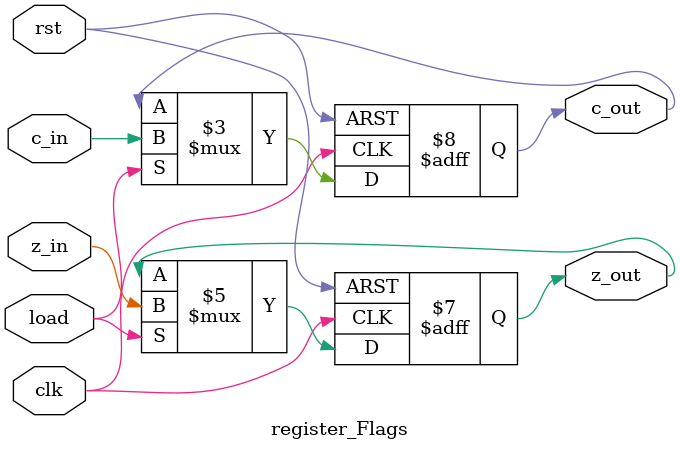
<source format=v>
module register_Flags(
    
    input z_in,
    input c_in,
    
    input clk,
    input load,
    input rst,
    
    output reg z_out,
    output reg c_out
    
    );
    
    always @(posedge clk or negedge rst) begin
        if(!rst) begin
            z_out <= 1'b0;
            c_out <= 1'b0;
        end else if(load) begin
            z_out <= z_in;
            c_out <= c_in;
        end
    end
endmodule

</source>
